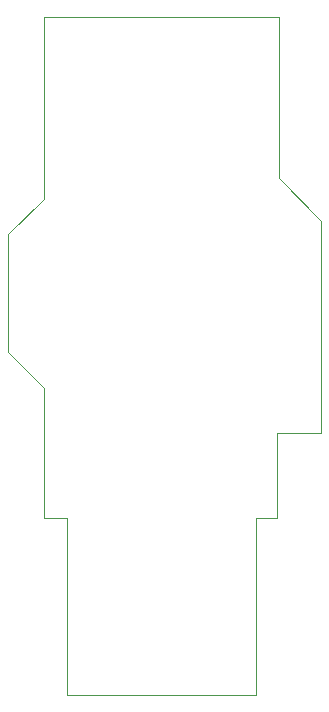
<source format=gm1>
G04 #@! TF.GenerationSoftware,KiCad,Pcbnew,(5.1.5)-3*
G04 #@! TF.CreationDate,2021-11-09T21:41:46-05:00*
G04 #@! TF.ProjectId,MotorDriver,4d6f746f-7244-4726-9976-65722e6b6963,rev?*
G04 #@! TF.SameCoordinates,Original*
G04 #@! TF.FileFunction,Profile,NP*
%FSLAX46Y46*%
G04 Gerber Fmt 4.6, Leading zero omitted, Abs format (unit mm)*
G04 Created by KiCad (PCBNEW (5.1.5)-3) date 2021-11-09 21:41:46*
%MOMM*%
%LPD*%
G04 APERTURE LIST*
%ADD10C,0.050000*%
G04 APERTURE END LIST*
D10*
X89789000Y-82000000D02*
X89789000Y-74803000D01*
X93472000Y-74803000D02*
X93472000Y-56896000D01*
X89789000Y-74803000D02*
X93472000Y-74803000D01*
X67000000Y-68000000D02*
X70000000Y-71000000D01*
X67000000Y-58000000D02*
X70000000Y-55000000D01*
X93472000Y-56896000D02*
X89916000Y-53213000D01*
X70000000Y-39624000D02*
X89916000Y-39624000D01*
X70000000Y-55000000D02*
X70000000Y-39624000D01*
X67000000Y-68000000D02*
X67000000Y-58000000D01*
X70000000Y-82000000D02*
X70000000Y-71000000D01*
X72000000Y-82000000D02*
X70000000Y-82000000D01*
X72000000Y-97000000D02*
X72000000Y-82000000D01*
X88000000Y-97000000D02*
X72000000Y-97000000D01*
X88000000Y-82000000D02*
X88000000Y-97000000D01*
X89789000Y-82000000D02*
X88000000Y-82000000D01*
X89916000Y-39624000D02*
X89916000Y-53213000D01*
M02*

</source>
